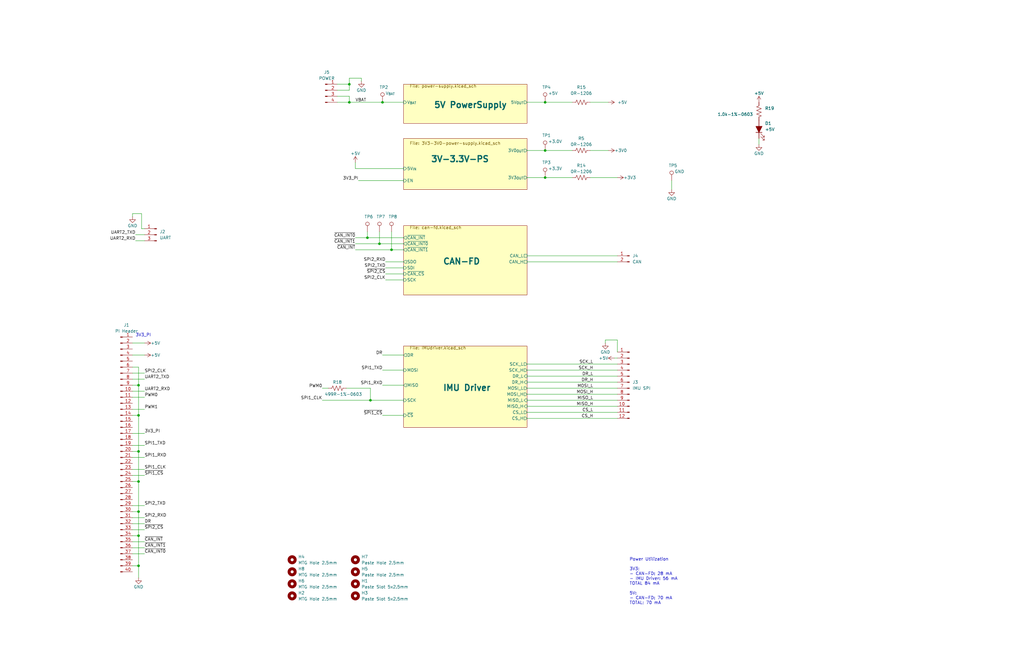
<source format=kicad_sch>
(kicad_sch (version 20211123) (generator eeschema)
  (paper "USLedger")
  (title_block (title "Pi Power Board 2") (date "2022-11-11") (rev "1") (company "971 Spartan Robotics"))
  (lib_symbols
    (symbol "Connector:Conn_01x02_Male" (pin_names (offset 1.016) hide)
      (property "Reference" "J" (at 0 2.54 0))
      (property "Value" "Conn_01x02_Male" (at 0 -5.08 0))
      (symbol "Conn_01x02_Male_1_1"
        (polyline (pts (xy 1.27 -2.54) (xy 0.8636 -2.54)) (stroke (width 0.1524)))
        (polyline (pts (xy 1.27 0) (xy 0.8636 0)) (stroke (width 0.1524)))
        (rectangle (start 0.8636 -2.413) (end 0 -2.667) (stroke (width 0.1524)) (fill (type outline)))
        (rectangle (start 0.8636 0.127) (end 0 -0.127) (stroke (width 0.1524)) (fill (type outline)))
        (pin passive line (at 5.08 0 180) (length 3.81) (name "Pin_1") (number "1"))
        (pin passive line (at 5.08 -2.54 180) (length 3.81) (name "Pin_2") (number "2"))
      )
    )
    (symbol "Connector:Conn_01x03_Male" (pin_names (offset 1.016) hide)
      (property "Reference" "J" (at 0 5.08 0))
      (property "Value" "Conn_01x03_Male" (at 0 -5.08 0))
      (symbol "Conn_01x03_Male_1_1"
        (polyline (pts (xy 1.27 -2.54) (xy 0.8636 -2.54)) (stroke (width 0.1524)))
        (polyline (pts (xy 1.27 0) (xy 0.8636 0)) (stroke (width 0.1524)))
        (polyline (pts (xy 1.27 2.54) (xy 0.8636 2.54)) (stroke (width 0.1524)))
        (rectangle (start 0.8636 -2.413) (end 0 -2.667) (stroke (width 0.1524)) (fill (type outline)))
        (rectangle (start 0.8636 0.127) (end 0 -0.127) (stroke (width 0.1524)) (fill (type outline)))
        (rectangle (start 0.8636 2.667) (end 0 2.413) (stroke (width 0.1524)) (fill (type outline)))
        (pin passive line (at 5.08 2.54 180) (length 3.81) (name "Pin_1") (number "1"))
        (pin passive line (at 5.08 0 180) (length 3.81) (name "Pin_2") (number "2"))
        (pin passive line (at 5.08 -2.54 180) (length 3.81) (name "Pin_3") (number "3"))
      )
    )
    (symbol "Connector:Conn_01x04_Male" (pin_names (offset 1.016) hide)
      (property "Reference" "J" (at 0 5.08 0))
      (property "Value" "Conn_01x04_Male" (at 0 -7.62 0))
      (symbol "Conn_01x04_Male_1_1"
        (polyline (pts (xy 1.27 -5.08) (xy 0.8636 -5.08)) (stroke (width 0.1524)))
        (polyline (pts (xy 1.27 -2.54) (xy 0.8636 -2.54)) (stroke (width 0.1524)))
        (polyline (pts (xy 1.27 0) (xy 0.8636 0)) (stroke (width 0.1524)))
        (polyline (pts (xy 1.27 2.54) (xy 0.8636 2.54)) (stroke (width 0.1524)))
        (rectangle (start 0.8636 -4.953) (end 0 -5.207) (stroke (width 0.1524)) (fill (type outline)))
        (rectangle (start 0.8636 -2.413) (end 0 -2.667) (stroke (width 0.1524)) (fill (type outline)))
        (rectangle (start 0.8636 0.127) (end 0 -0.127) (stroke (width 0.1524)) (fill (type outline)))
        (rectangle (start 0.8636 2.667) (end 0 2.413) (stroke (width 0.1524)) (fill (type outline)))
        (pin passive line (at 5.08 2.54 180) (length 3.81) (name "Pin_1") (number "1"))
        (pin passive line (at 5.08 0 180) (length 3.81) (name "Pin_2") (number "2"))
        (pin passive line (at 5.08 -2.54 180) (length 3.81) (name "Pin_3") (number "3"))
        (pin passive line (at 5.08 -5.08 180) (length 3.81) (name "Pin_4") (number "4"))
      )
    )
    (symbol "Connector:Conn_01x12_Male" (pin_names (offset 1.016) hide)
      (property "Reference" "J" (at 0 15.24 0))
      (property "Value" "Conn_01x12_Male" (at 0 -17.78 0))
      (symbol "Conn_01x12_Male_1_1"
        (polyline (pts (xy 1.27 -15.24) (xy 0.8636 -15.24)) (stroke (width 0.1524)))
        (polyline (pts (xy 1.27 -12.7) (xy 0.8636 -12.7)) (stroke (width 0.1524)))
        (polyline (pts (xy 1.27 -10.16) (xy 0.8636 -10.16)) (stroke (width 0.1524)))
        (polyline (pts (xy 1.27 -7.62) (xy 0.8636 -7.62)) (stroke (width 0.1524)))
        (polyline (pts (xy 1.27 -5.08) (xy 0.8636 -5.08)) (stroke (width 0.1524)))
        (polyline (pts (xy 1.27 -2.54) (xy 0.8636 -2.54)) (stroke (width 0.1524)))
        (polyline (pts (xy 1.27 0) (xy 0.8636 0)) (stroke (width 0.1524)))
        (polyline (pts (xy 1.27 2.54) (xy 0.8636 2.54)) (stroke (width 0.1524)))
        (polyline (pts (xy 1.27 5.08) (xy 0.8636 5.08)) (stroke (width 0.1524)))
        (polyline (pts (xy 1.27 7.62) (xy 0.8636 7.62)) (stroke (width 0.1524)))
        (polyline (pts (xy 1.27 10.16) (xy 0.8636 10.16)) (stroke (width 0.1524)))
        (polyline (pts (xy 1.27 12.7) (xy 0.8636 12.7)) (stroke (width 0.1524)))
        (rectangle (start 0.8636 -15.113) (end 0 -15.367) (stroke (width 0.1524)) (fill (type outline)))
        (rectangle (start 0.8636 -12.573) (end 0 -12.827) (stroke (width 0.1524)) (fill (type outline)))
        (rectangle (start 0.8636 -10.033) (end 0 -10.287) (stroke (width 0.1524)) (fill (type outline)))
        (rectangle (start 0.8636 -7.493) (end 0 -7.747) (stroke (width 0.1524)) (fill (type outline)))
        (rectangle (start 0.8636 -4.953) (end 0 -5.207) (stroke (width 0.1524)) (fill (type outline)))
        (rectangle (start 0.8636 -2.413) (end 0 -2.667) (stroke (width 0.1524)) (fill (type outline)))
        (rectangle (start 0.8636 0.127) (end 0 -0.127) (stroke (width 0.1524)) (fill (type outline)))
        (rectangle (start 0.8636 2.667) (end 0 2.413) (stroke (width 0.1524)) (fill (type outline)))
        (rectangle (start 0.8636 5.207) (end 0 4.953) (stroke (width 0.1524)) (fill (type outline)))
        (rectangle (start 0.8636 7.747) (end 0 7.493) (stroke (width 0.1524)) (fill (type outline)))
        (rectangle (start 0.8636 10.287) (end 0 10.033) (stroke (width 0.1524)) (fill (type outline)))
        (rectangle (start 0.8636 12.827) (end 0 12.573) (stroke (width 0.1524)) (fill (type outline)))
        (pin passive line (at 5.08 12.7 180) (length 3.81) (name "Pin_1") (number "1"))
        (pin passive line (at 5.08 -10.16 180) (length 3.81) (name "Pin_10") (number "10"))
        (pin passive line (at 5.08 -12.7 180) (length 3.81) (name "Pin_11") (number "11"))
        (pin passive line (at 5.08 -15.24 180) (length 3.81) (name "Pin_12") (number "12"))
        (pin passive line (at 5.08 10.16 180) (length 3.81) (name "Pin_2") (number "2"))
        (pin passive line (at 5.08 7.62 180) (length 3.81) (name "Pin_3") (number "3"))
        (pin passive line (at 5.08 5.08 180) (length 3.81) (name "Pin_4") (number "4"))
        (pin passive line (at 5.08 2.54 180) (length 3.81) (name "Pin_5") (number "5"))
        (pin passive line (at 5.08 0 180) (length 3.81) (name "Pin_6") (number "6"))
        (pin passive line (at 5.08 -2.54 180) (length 3.81) (name "Pin_7") (number "7"))
        (pin passive line (at 5.08 -5.08 180) (length 3.81) (name "Pin_8") (number "8"))
        (pin passive line (at 5.08 -7.62 180) (length 3.81) (name "Pin_9") (number "9"))
      )
    )
    (symbol "Connector:Conn_01x40_Male" (pin_names (offset 1.016) hide)
      (property "Reference" "J" (at 0 50.8 0))
      (property "Value" "Conn_01x40_Male" (at 0 -53.34 0))
      (symbol "Conn_01x40_Male_1_1"
        (polyline (pts (xy 1.27 -50.8) (xy 0.8636 -50.8)) (stroke (width 0.1524)))
        (polyline (pts (xy 1.27 -48.26) (xy 0.8636 -48.26)) (stroke (width 0.1524)))
        (polyline (pts (xy 1.27 -45.72) (xy 0.8636 -45.72)) (stroke (width 0.1524)))
        (polyline (pts (xy 1.27 -43.18) (xy 0.8636 -43.18)) (stroke (width 0.1524)))
        (polyline (pts (xy 1.27 -40.64) (xy 0.8636 -40.64)) (stroke (width 0.1524)))
        (polyline (pts (xy 1.27 -38.1) (xy 0.8636 -38.1)) (stroke (width 0.1524)))
        (polyline (pts (xy 1.27 -35.56) (xy 0.8636 -35.56)) (stroke (width 0.1524)))
        (polyline (pts (xy 1.27 -33.02) (xy 0.8636 -33.02)) (stroke (width 0.1524)))
        (polyline (pts (xy 1.27 -30.48) (xy 0.8636 -30.48)) (stroke (width 0.1524)))
        (polyline (pts (xy 1.27 -27.94) (xy 0.8636 -27.94)) (stroke (width 0.1524)))
        (polyline (pts (xy 1.27 -25.4) (xy 0.8636 -25.4)) (stroke (width 0.1524)))
        (polyline (pts (xy 1.27 -22.86) (xy 0.8636 -22.86)) (stroke (width 0.1524)))
        (polyline (pts (xy 1.27 -20.32) (xy 0.8636 -20.32)) (stroke (width 0.1524)))
        (polyline (pts (xy 1.27 -17.78) (xy 0.8636 -17.78)) (stroke (width 0.1524)))
        (polyline (pts (xy 1.27 -15.24) (xy 0.8636 -15.24)) (stroke (width 0.1524)))
        (polyline (pts (xy 1.27 -12.7) (xy 0.8636 -12.7)) (stroke (width 0.1524)))
        (polyline (pts (xy 1.27 -10.16) (xy 0.8636 -10.16)) (stroke (width 0.1524)))
        (polyline (pts (xy 1.27 -7.62) (xy 0.8636 -7.62)) (stroke (width 0.1524)))
        (polyline (pts (xy 1.27 -5.08) (xy 0.8636 -5.08)) (stroke (width 0.1524)))
        (polyline (pts (xy 1.27 -2.54) (xy 0.8636 -2.54)) (stroke (width 0.1524)))
        (polyline (pts (xy 1.27 0) (xy 0.8636 0)) (stroke (width 0.1524)))
        (polyline (pts (xy 1.27 2.54) (xy 0.8636 2.54)) (stroke (width 0.1524)))
        (polyline (pts (xy 1.27 5.08) (xy 0.8636 5.08)) (stroke (width 0.1524)))
        (polyline (pts (xy 1.27 7.62) (xy 0.8636 7.62)) (stroke (width 0.1524)))
        (polyline (pts (xy 1.27 10.16) (xy 0.8636 10.16)) (stroke (width 0.1524)))
        (polyline (pts (xy 1.27 12.7) (xy 0.8636 12.7)) (stroke (width 0.1524)))
        (polyline (pts (xy 1.27 15.24) (xy 0.8636 15.24)) (stroke (width 0.1524)))
        (polyline (pts (xy 1.27 17.78) (xy 0.8636 17.78)) (stroke (width 0.1524)))
        (polyline (pts (xy 1.27 20.32) (xy 0.8636 20.32)) (stroke (width 0.1524)))
        (polyline (pts (xy 1.27 22.86) (xy 0.8636 22.86)) (stroke (width 0.1524)))
        (polyline (pts (xy 1.27 25.4) (xy 0.8636 25.4)) (stroke (width 0.1524)))
        (polyline (pts (xy 1.27 27.94) (xy 0.8636 27.94)) (stroke (width 0.1524)))
        (polyline (pts (xy 1.27 30.48) (xy 0.8636 30.48)) (stroke (width 0.1524)))
        (polyline (pts (xy 1.27 33.02) (xy 0.8636 33.02)) (stroke (width 0.1524)))
        (polyline (pts (xy 1.27 35.56) (xy 0.8636 35.56)) (stroke (width 0.1524)))
        (polyline (pts (xy 1.27 38.1) (xy 0.8636 38.1)) (stroke (width 0.1524)))
        (polyline (pts (xy 1.27 40.64) (xy 0.8636 40.64)) (stroke (width 0.1524)))
        (polyline (pts (xy 1.27 43.18) (xy 0.8636 43.18)) (stroke (width 0.1524)))
        (polyline (pts (xy 1.27 45.72) (xy 0.8636 45.72)) (stroke (width 0.1524)))
        (polyline (pts (xy 1.27 48.26) (xy 0.8636 48.26)) (stroke (width 0.1524)))
        (rectangle (start 0.8636 -50.673) (end 0 -50.927) (stroke (width 0.1524)) (fill (type outline)))
        (rectangle (start 0.8636 -48.133) (end 0 -48.387) (stroke (width 0.1524)) (fill (type outline)))
        (rectangle (start 0.8636 -45.593) (end 0 -45.847) (stroke (width 0.1524)) (fill (type outline)))
        (rectangle (start 0.8636 -43.053) (end 0 -43.307) (stroke (width 0.1524)) (fill (type outline)))
        (rectangle (start 0.8636 -40.513) (end 0 -40.767) (stroke (width 0.1524)) (fill (type outline)))
        (rectangle (start 0.8636 -37.973) (end 0 -38.227) (stroke (width 0.1524)) (fill (type outline)))
        (rectangle (start 0.8636 -35.433) (end 0 -35.687) (stroke (width 0.1524)) (fill (type outline)))
        (rectangle (start 0.8636 -32.893) (end 0 -33.147) (stroke (width 0.1524)) (fill (type outline)))
        (rectangle (start 0.8636 -30.353) (end 0 -30.607) (stroke (width 0.1524)) (fill (type outline)))
        (rectangle (start 0.8636 -27.813) (end 0 -28.067) (stroke (width 0.1524)) (fill (type outline)))
        (rectangle (start 0.8636 -25.273) (end 0 -25.527) (stroke (width 0.1524)) (fill (type outline)))
        (rectangle (start 0.8636 -22.733) (end 0 -22.987) (stroke (width 0.1524)) (fill (type outline)))
        (rectangle (start 0.8636 -20.193) (end 0 -20.447) (stroke (width 0.1524)) (fill (type outline)))
        (rectangle (start 0.8636 -17.653) (end 0 -17.907) (stroke (width 0.1524)) (fill (type outline)))
        (rectangle (start 0.8636 -15.113) (end 0 -15.367) (stroke (width 0.1524)) (fill (type outline)))
        (rectangle (start 0.8636 -12.573) (end 0 -12.827) (stroke (width 0.1524)) (fill (type outline)))
        (rectangle (start 0.8636 -10.033) (end 0 -10.287) (stroke (width 0.1524)) (fill (type outline)))
        (rectangle (start 0.8636 -7.493) (end 0 -7.747) (stroke (width 0.1524)) (fill (type outline)))
        (rectangle (start 0.8636 -4.953) (end 0 -5.207) (stroke (width 0.1524)) (fill (type outline)))
        (rectangle (start 0.8636 -2.413) (end 0 -2.667) (stroke (width 0.1524)) (fill (type outline)))
        (rectangle (start 0.8636 0.127) (end 0 -0.127) (stroke (width 0.1524)) (fill (type outline)))
        (rectangle (start 0.8636 2.667) (end 0 2.413) (stroke (width 0.1524)) (fill (type outline)))
        (rectangle (start 0.8636 5.207) (end 0 4.953) (stroke (width 0.1524)) (fill (type outline)))
        (rectangle (start 0.8636 7.747) (end 0 7.493) (stroke (width 0.1524)) (fill (type outline)))
        (rectangle (start 0.8636 10.287) (end 0 10.033) (stroke (width 0.1524)) (fill (type outline)))
        (rectangle (start 0.8636 12.827) (end 0 12.573) (stroke (width 0.1524)) (fill (type outline)))
        (rectangle (start 0.8636 15.367) (end 0 15.113) (stroke (width 0.1524)) (fill (type outline)))
        (rectangle (start 0.8636 17.907) (end 0 17.653) (stroke (width 0.1524)) (fill (type outline)))
        (rectangle (start 0.8636 20.447) (end 0 20.193) (stroke (width 0.1524)) (fill (type outline)))
        (rectangle (start 0.8636 22.987) (end 0 22.733) (stroke (width 0.1524)) (fill (type outline)))
        (rectangle (start 0.8636 25.527) (end 0 25.273) (stroke (width 0.1524)) (fill (type outline)))
        (rectangle (start 0.8636 28.067) (end 0 27.813) (stroke (width 0.1524)) (fill (type outline)))
        (rectangle (start 0.8636 30.607) (end 0 30.353) (stroke (width 0.1524)) (fill (type outline)))
        (rectangle (start 0.8636 33.147) (end 0 32.893) (stroke (width 0.1524)) (fill (type outline)))
        (rectangle (start 0.8636 35.687) (end 0 35.433) (stroke (width 0.1524)) (fill (type outline)))
        (rectangle (start 0.8636 38.227) (end 0 37.973) (stroke (width 0.1524)) (fill (type outline)))
        (rectangle (start 0.8636 40.767) (end 0 40.513) (stroke (width 0.1524)) (fill (type outline)))
        (rectangle (start 0.8636 43.307) (end 0 43.053) (stroke (width 0.1524)) (fill (type outline)))
        (rectangle (start 0.8636 45.847) (end 0 45.593) (stroke (width 0.1524)) (fill (type outline)))
        (rectangle (start 0.8636 48.387) (end 0 48.133) (stroke (width 0.1524)) (fill (type outline)))
        (pin passive line (at 5.08 48.26 180) (length 3.81) (name "Pin_1") (number "1"))
        (pin passive line (at 5.08 25.4 180) (length 3.81) (name "Pin_10") (number "10"))
        (pin passive line (at 5.08 22.86 180) (length 3.81) (name "Pin_11") (number "11"))
        (pin passive line (at 5.08 20.32 180) (length 3.81) (name "Pin_12") (number "12"))
        (pin passive line (at 5.08 17.78 180) (length 3.81) (name "Pin_13") (number "13"))
        (pin passive line (at 5.08 15.24 180) (length 3.81) (name "Pin_14") (number "14"))
        (pin passive line (at 5.08 12.7 180) (length 3.81) (name "Pin_15") (number "15"))
        (pin passive line (at 5.08 10.16 180) (length 3.81) (name "Pin_16") (number "16"))
        (pin passive line (at 5.08 7.62 180) (length 3.81) (name "Pin_17") (number "17"))
        (pin passive line (at 5.08 5.08 180) (length 3.81) (name "Pin_18") (number "18"))
        (pin passive line (at 5.08 2.54 180) (length 3.81) (name "Pin_19") (number "19"))
        (pin passive line (at 5.08 45.72 180) (length 3.81) (name "Pin_2") (number "2"))
        (pin passive line (at 5.08 0 180) (length 3.81) (name "Pin_20") (number "20"))
        (pin passive line (at 5.08 -2.54 180) (length 3.81) (name "Pin_21") (number "21"))
        (pin passive line (at 5.08 -5.08 180) (length 3.81) (name "Pin_22") (number "22"))
        (pin passive line (at 5.08 -7.62 180) (length 3.81) (name "Pin_23") (number "23"))
        (pin passive line (at 5.08 -10.16 180) (length 3.81) (name "Pin_24") (number "24"))
        (pin passive line (at 5.08 -12.7 180) (length 3.81) (name "Pin_25") (number "25"))
        (pin passive line (at 5.08 -15.24 180) (length 3.81) (name "Pin_26") (number "26"))
        (pin passive line (at 5.08 -17.78 180) (length 3.81) (name "Pin_27") (number "27"))
        (pin passive line (at 5.08 -20.32 180) (length 3.81) (name "Pin_28") (number "28"))
        (pin passive line (at 5.08 -22.86 180) (length 3.81) (name "Pin_29") (number "29"))
        (pin passive line (at 5.08 43.18 180) (length 3.81) (name "Pin_3") (number "3"))
        (pin passive line (at 5.08 -25.4 180) (length 3.81) (name "Pin_30") (number "30"))
        (pin passive line (at 5.08 -27.94 180) (length 3.81) (name "Pin_31") (number "31"))
        (pin passive line (at 5.08 -30.48 180) (length 3.81) (name "Pin_32") (number "32"))
        (pin passive line (at 5.08 -33.02 180) (length 3.81) (name "Pin_33") (number "33"))
        (pin passive line (at 5.08 -35.56 180) (length 3.81) (name "Pin_34") (number "34"))
        (pin passive line (at 5.08 -38.1 180) (length 3.81) (name "Pin_35") (number "35"))
        (pin passive line (at 5.08 -40.64 180) (length 3.81) (name "Pin_36") (number "36"))
        (pin passive line (at 5.08 -43.18 180) (length 3.81) (name "Pin_37") (number "37"))
        (pin passive line (at 5.08 -45.72 180) (length 3.81) (name "Pin_38") (number "38"))
        (pin passive line (at 5.08 -48.26 180) (length 3.81) (name "Pin_39") (number "39"))
        (pin passive line (at 5.08 40.64 180) (length 3.81) (name "Pin_4") (number "4"))
        (pin passive line (at 5.08 -50.8 180) (length 3.81) (name "Pin_40") (number "40"))
        (pin passive line (at 5.08 38.1 180) (length 3.81) (name "Pin_5") (number "5"))
        (pin passive line (at 5.08 35.56 180) (length 3.81) (name "Pin_6") (number "6"))
        (pin passive line (at 5.08 33.02 180) (length 3.81) (name "Pin_7") (number "7"))
        (pin passive line (at 5.08 30.48 180) (length 3.81) (name "Pin_8") (number "8"))
        (pin passive line (at 5.08 27.94 180) (length 3.81) (name "Pin_9") (number "9"))
      )
    )
    (symbol "Connector:TestPoint" (pin_numbers hide) (pin_names (offset 0.762) hide)
      (property "Reference" "TP" (at 0 6.858 0))
      (property "Value" "TestPoint" (at 0 5.08 0))
      (symbol "TestPoint_0_1"
        (circle (center 0 3.302) (radius 0.762))
      )
      (symbol "TestPoint_1_1"
        (pin passive line (at 0 0 90) (length 2.54) (name "1") (number "1"))
      )
    )
    (symbol "Device:LED" (pin_numbers hide) (pin_names (offset 1.016) hide)
      (property "Reference" "D?" (at 3.81 -0.3174 90))
      (property "Value" "LED" (at 3.81 -2.8574 90))
      (symbol "LED_0_1"
        (polyline (pts (xy -1.27 -1.27) (xy -1.27 1.27)) (stroke (width 0.254)))
        (polyline (pts (xy -1.27 0) (xy 1.27 0)))
        (polyline (pts (xy 1.27 -1.27) (xy 1.27 1.27) (xy -1.27 0) (xy 1.27 -1.27)) (stroke (width 0.254)) (fill (type outline)))
        (polyline (pts (xy -3.048 -0.762) (xy -4.572 -2.286) (xy -3.81 -2.286) (xy -4.572 -2.286) (xy -4.572 -1.524)))
        (polyline (pts (xy -1.778 -0.762) (xy -3.302 -2.286) (xy -2.54 -2.286) (xy -3.302 -2.286) (xy -3.302 -1.524)))
      )
      (symbol "LED_1_1"
        (pin passive line (at -3.81 0 0) (length 2.54) (name "K") (number "1"))
        (pin passive line (at 3.81 0 180) (length 2.54) (name "A") (number "2"))
      )
    )
    (symbol "Device:R_US" (pin_numbers hide) (pin_names (offset 0))
      (property "Reference" "R" (at 2.54 0 90))
      (property "Value" "R_US" (at -2.54 0 90))
      (symbol "R_US_0_1"
        (polyline (pts (xy 0 -2.286) (xy 0 -2.54)))
        (polyline (pts (xy 0 2.286) (xy 0 2.54)))
        (polyline (pts (xy 0 -0.762) (xy 1.016 -1.143) (xy 0 -1.524) (xy -1.016 -1.905) (xy 0 -2.286)))
        (polyline (pts (xy 0 0.762) (xy 1.016 0.381) (xy 0 0) (xy -1.016 -0.381) (xy 0 -0.762)))
        (polyline (pts (xy 0 2.286) (xy 1.016 1.905) (xy 0 1.524) (xy -1.016 1.143) (xy 0 0.762)))
      )
      (symbol "R_US_1_1"
        (pin passive line (at 0 3.81 270) (length 1.27) (name "~") (number "1"))
        (pin passive line (at 0 -3.81 90) (length 1.27) (name "~") (number "2"))
      )
    )
    (symbol "Mechanical:MountingHole" (pin_names (offset 1.016))
      (property "Reference" "H" (at 0 5.08 0))
      (property "Value" "MountingHole" (at 0 3.175 0))
      (symbol "MountingHole_0_1"
        (circle (center 0 0) (radius 1.27) (stroke (width 1.27)))
      )
    )
    (symbol "power:+3V0" (power) (pin_names (offset 0))
      (property "Value" "+3V0" (at 0 3.556 0))
      (symbol "+3V0_0_1"
        (polyline (pts (xy -0.762 1.27) (xy 0 2.54)))
        (polyline (pts (xy 0 0) (xy 0 2.54)))
        (polyline (pts (xy 0 2.54) (xy 0.762 1.27)))
      )
      (symbol "+3V0_1_1"
        (pin power_in line (at 0 0 90) (length 0) hide (name "+3V0") (number "1"))
      )
    )
    (symbol "power:+3V3" (power) (pin_names (offset 0))
      (property "Value" "+3V3" (at 0 3.556 0))
      (symbol "+3V3_0_1"
        (polyline (pts (xy -0.762 1.27) (xy 0 2.54)))
        (polyline (pts (xy 0 0) (xy 0 2.54)))
        (polyline (pts (xy 0 2.54) (xy 0.762 1.27)))
      )
      (symbol "+3V3_1_1"
        (pin power_in line (at 0 0 90) (length 0) hide (name "+3V3") (number "1"))
      )
    )
    (symbol "power:+5V" (power) (pin_names (offset 0))
      (property "Value" "+5V" (at 0 3.556 0))
      (symbol "+5V_0_1"
        (polyline (pts (xy -0.762 1.27) (xy 0 2.54)))
        (polyline (pts (xy 0 0) (xy 0 2.54)))
        (polyline (pts (xy 0 2.54) (xy 0.762 1.27)))
      )
      (symbol "+5V_1_1"
        (pin power_in line (at 0 0 90) (length 0) hide (name "+5V") (number "1"))
      )
    )
    (symbol "power:GND" (power) (pin_names (offset 0))
      (property "Value" "GND" (at 0 -3.81 0))
      (symbol "GND_0_1"
        (polyline (pts (xy 0 0) (xy 0 -1.27) (xy 1.27 -1.27) (xy 0 -2.54) (xy -1.27 -1.27) (xy 0 -1.27)))
      )
      (symbol "GND_1_1"
        (pin power_in line (at 0 0 270) (length 0) hide (name "GND") (number "1"))
      )
    )
  )
  (junction (at 229.87 43.18))
  (junction (at 58.42 175.26))
  (junction (at 58.42 190.5))
  (junction (at 147.32 35.56))
  (junction (at 161.29 43.18))
  (junction (at 58.42 215.9))
  (junction (at 156.21 168.91))
  (junction (at 229.87 74.93))
  (junction (at 229.87 63.5))
  (junction (at 147.32 43.18))
  (junction (at 154.94 100.33))
  (junction (at 58.42 162.56))
  (junction (at 58.42 238.76))
  (junction (at 58.42 203.2))
  (junction (at 58.42 226.06))
  (junction (at 160.02 102.87))
  (junction (at 165.1 105.41))
  (wire (pts (xy 58.42 215.9) (xy 58.42 226.06)))
  (wire (pts (xy 147.32 33.02) (xy 152.4 33.02)))
  (wire (pts (xy 55.88 233.68) (xy 60.96 233.68)))
  (wire (pts (xy 259.08 151.13) (xy 260.35 151.13)))
  (wire (pts (xy 248.92 43.18) (xy 256.54 43.18)))
  (wire (pts (xy 260.35 148.59) (xy 260.35 143.51)))
  (wire (pts (xy 147.32 35.56) (xy 147.32 33.02)))
  (wire (pts (xy 55.88 223.52) (xy 60.96 223.52)))
  (wire (pts (xy 55.88 175.26) (xy 58.42 175.26)))
  (wire (pts (xy 222.25 156.21) (xy 260.35 156.21)))
  (wire (pts (xy 55.88 226.06) (xy 58.42 226.06)))
  (wire (pts (xy 222.25 110.49) (xy 260.35 110.49)))
  (wire (pts (xy 55.88 198.12) (xy 60.96 198.12)))
  (wire (pts (xy 260.35 143.51) (xy 255.27 143.51)))
  (wire (pts (xy 165.1 105.41) (xy 170.18 105.41)))
  (wire (pts (xy 57.15 99.06) (xy 60.96 99.06)))
  (wire (pts (xy 57.15 101.6) (xy 60.96 101.6)))
  (wire (pts (xy 59.69 90.17) (xy 55.88 90.17)))
  (wire (pts (xy 222.25 158.75) (xy 260.35 158.75)))
  (wire (pts (xy 283.21 76.2) (xy 283.21 80.01)))
  (wire (pts (xy 59.69 96.52) (xy 59.69 90.17)))
  (wire (pts (xy 55.88 154.94) (xy 58.42 154.94)))
  (wire (pts (xy 55.88 187.96) (xy 60.96 187.96)))
  (wire (pts (xy 149.86 100.33) (xy 154.94 100.33)))
  (wire (pts (xy 55.88 203.2) (xy 58.42 203.2)))
  (wire (pts (xy 58.42 154.94) (xy 58.42 162.56)))
  (wire (pts (xy 149.86 105.41) (xy 165.1 105.41)))
  (wire (pts (xy 154.94 97.79) (xy 154.94 100.33)))
  (wire (pts (xy 222.25 173.99) (xy 260.35 173.99)))
  (wire (pts (xy 147.32 43.18) (xy 161.29 43.18)))
  (wire (pts (xy 149.86 71.12) (xy 170.18 71.12)))
  (wire (pts (xy 58.42 190.5) (xy 58.42 203.2)))
  (wire (pts (xy 147.32 38.1) (xy 147.32 35.56)))
  (wire (pts (xy 55.88 172.72) (xy 60.96 172.72)))
  (wire (pts (xy 222.25 43.18) (xy 229.87 43.18)))
  (wire (pts (xy 55.88 165.1) (xy 60.96 165.1)))
  (wire (pts (xy 55.88 200.66) (xy 60.96 200.66)))
  (wire (pts (xy 55.88 162.56) (xy 58.42 162.56)))
  (wire (pts (xy 161.29 149.86) (xy 170.18 149.86)))
  (wire (pts (xy 142.24 43.18) (xy 147.32 43.18)))
  (wire (pts (xy 162.56 118.11) (xy 170.18 118.11)))
  (wire (pts (xy 55.88 220.98) (xy 60.96 220.98)))
  (wire (pts (xy 161.29 175.26) (xy 170.18 175.26)))
  (wire (pts (xy 55.88 238.76) (xy 58.42 238.76)))
  (wire (pts (xy 229.87 63.5) (xy 241.3 63.5)))
  (wire (pts (xy 55.88 193.04) (xy 60.96 193.04)))
  (wire (pts (xy 222.25 63.5) (xy 229.87 63.5)))
  (wire (pts (xy 55.88 215.9) (xy 58.42 215.9)))
  (wire (pts (xy 165.1 97.79) (xy 165.1 105.41)))
  (wire (pts (xy 248.92 63.5) (xy 256.54 63.5)))
  (wire (pts (xy 229.87 74.93) (xy 241.3 74.93)))
  (wire (pts (xy 255.27 143.51) (xy 255.27 144.78)))
  (wire (pts (xy 149.86 102.87) (xy 160.02 102.87)))
  (wire (pts (xy 58.42 162.56) (xy 58.42 175.26)))
  (wire (pts (xy 135.89 163.83) (xy 138.43 163.83)))
  (wire (pts (xy 162.56 113.03) (xy 170.18 113.03)))
  (wire (pts (xy 55.88 228.6) (xy 60.96 228.6)))
  (wire (pts (xy 55.88 144.78) (xy 60.96 144.78)))
  (wire (pts (xy 162.56 115.57) (xy 170.18 115.57)))
  (wire (pts (xy 55.88 213.36) (xy 60.96 213.36)))
  (wire (pts (xy 146.05 163.83) (xy 156.21 163.83)))
  (wire (pts (xy 222.25 176.53) (xy 260.35 176.53)))
  (wire (pts (xy 55.88 190.5) (xy 58.42 190.5)))
  (wire (pts (xy 160.02 102.87) (xy 170.18 102.87)))
  (wire (pts (xy 55.88 182.88) (xy 60.96 182.88)))
  (wire (pts (xy 320.04 58.42) (xy 320.04 60.96)))
  (wire (pts (xy 222.25 107.95) (xy 260.35 107.95)))
  (wire (pts (xy 154.94 100.33) (xy 170.18 100.33)))
  (wire (pts (xy 152.4 33.02) (xy 152.4 34.29)))
  (wire (pts (xy 55.88 160.02) (xy 60.96 160.02)))
  (wire (pts (xy 142.24 35.56) (xy 147.32 35.56)))
  (wire (pts (xy 151.13 76.2) (xy 170.18 76.2)))
  (wire (pts (xy 60.96 96.52) (xy 59.69 96.52)))
  (wire (pts (xy 222.25 163.83) (xy 260.35 163.83)))
  (wire (pts (xy 222.25 153.67) (xy 260.35 153.67)))
  (wire (pts (xy 222.25 168.91) (xy 260.35 168.91)))
  (wire (pts (xy 161.29 162.56) (xy 170.18 162.56)))
  (wire (pts (xy 55.88 231.14) (xy 60.96 231.14)))
  (wire (pts (xy 156.21 168.91) (xy 170.18 168.91)))
  (wire (pts (xy 58.42 238.76) (xy 58.42 243.84)))
  (wire (pts (xy 55.88 149.86) (xy 60.96 149.86)))
  (wire (pts (xy 156.21 163.83) (xy 156.21 168.91)))
  (wire (pts (xy 142.24 40.64) (xy 147.32 40.64)))
  (wire (pts (xy 149.86 71.12) (xy 149.86 68.58)))
  (wire (pts (xy 55.88 157.48) (xy 60.96 157.48)))
  (wire (pts (xy 222.25 171.45) (xy 260.35 171.45)))
  (wire (pts (xy 147.32 43.18) (xy 147.32 40.64)))
  (wire (pts (xy 58.42 226.06) (xy 58.42 238.76)))
  (wire (pts (xy 222.25 166.37) (xy 260.35 166.37)))
  (wire (pts (xy 135.89 168.91) (xy 156.21 168.91)))
  (wire (pts (xy 55.88 218.44) (xy 60.96 218.44)))
  (wire (pts (xy 248.92 74.93) (xy 260.35 74.93)))
  (wire (pts (xy 229.87 43.18) (xy 241.3 43.18)))
  (wire (pts (xy 142.24 38.1) (xy 147.32 38.1)))
  (wire (pts (xy 222.25 161.29) (xy 260.35 161.29)))
  (wire (pts (xy 161.29 43.18) (xy 170.18 43.18)))
  (wire (pts (xy 222.25 74.93) (xy 229.87 74.93)))
  (wire (pts (xy 58.42 175.26) (xy 58.42 190.5)))
  (wire (pts (xy 58.42 203.2) (xy 58.42 215.9)))
  (wire (pts (xy 162.56 110.49) (xy 170.18 110.49)))
  (wire (pts (xy 160.02 97.79) (xy 160.02 102.87)))
  (wire (pts (xy 55.88 167.64) (xy 60.96 167.64)))
  (wire (pts (xy 55.88 90.17) (xy 55.88 91.44)))
  (wire (pts (xy 161.29 156.21) (xy 170.18 156.21)))
  (text "3V3_PI" (at 57.15 142.24 0) (effects (font (size 1.27 1.27)) (justify left bottom)))
  (text "Power Utilization\n\n3V3:\n- CAN-FD: 28 mA\n- IMU Driver: 56 mA\nTOTAL 84 mA\n\n5V:\n- CAN-FD: 70 mA\nTOTAL: 70 mA" (at 265.43 255.27 0) (effects (font (size 1.27 1.27)) (justify left bottom)))
  (label "~{CAN_INT1}" (at 149.86 102.87 180))
  (label "MOSI_L" (at 250.19 163.83 180))
  (label "SCK_L" (at 250.19 153.67 180))
  (label "UART2_TXD" (at 57.15 99.06 180))
  (label "~{CAN_INT1}" (at 60.96 231.14 0))
  (label "SPI1_TXD" (at 161.29 156.21 180))
  (label "SPI1_CLK" (at 135.89 168.91 180))
  (label "UART2_RXD" (at 60.96 165.1 0))
  (label "PWM0" (at 60.96 167.64 0))
  (label "SPI2_CLK" (at 60.96 157.48 0))
  (label "MISO_H" (at 250.19 171.45 180))
  (label "DR" (at 60.96 220.98 0))
  (label "CS_H" (at 250.19 176.53 180))
  (label "PWM0" (at 135.89 163.83 180))
  (label "SPI1_RXD" (at 60.96 193.04 0))
  (label "SPI1_RXD" (at 161.29 162.56 180))
  (label "~{SPI1_CS}" (at 60.96 200.66 0))
  (label "~{SPI2_CS}" (at 162.56 115.57 180))
  (label "~{CAN_INT}" (at 60.96 228.6 0))
  (label "~{CAN_INT0}" (at 60.96 233.68 0))
  (label "UART2_RXD" (at 57.15 101.6 180))
  (label "SPI2_TXD" (at 60.96 213.36 0))
  (label "SPI2_CLK" (at 162.56 118.11 180))
  (label "UART2_TXD" (at 60.96 160.02 0))
  (label "DR" (at 161.29 149.86 180))
  (label "SPI1_TXD" (at 60.96 187.96 0))
  (label "~{SPI1_CS}" (at 161.29 175.26 180))
  (label "~{SPI2_CS}" (at 60.96 223.52 0))
  (label "CS_L" (at 250.19 173.99 180))
  (label "VBAT" (at 149.86 43.18 0))
  (label "PWM1" (at 60.96 172.72 0))
  (label "DR_H" (at 250.19 161.29 180))
  (label "MOSI_H" (at 250.19 166.37 180))
  (label "SCK_H" (at 250.19 156.21 180))
  (label "~{CAN_INT}" (at 149.86 105.41 180))
  (label "3V3_PI" (at 151.13 76.2 180))
  (label "SPI2_RXD" (at 162.56 110.49 180))
  (label "SPI1_CLK" (at 60.96 198.12 0))
  (label "~{CAN_INT0}" (at 149.86 100.33 180))
  (label "3V3_PI" (at 60.96 182.88 0))
  (label "SPI2_TXD" (at 162.56 113.03 180))
  (label "MISO_L" (at 250.19 168.91 180))
  (label "SPI2_RXD" (at 60.96 218.44 0))
  (label "DR_L" (at 250.19 158.75 180))
  (symbol (lib_id "power:+5V") (at 60.96 149.86 270) (unit 1)
    (property "Reference" "#PWR04" (effects hide))
    (property "Value" "+5V" (at 63.5 149.86 90) (effects (justify left)))
  )
  (symbol (lib_id "Mechanical:MountingHole") (at 123.19 236.22 0) (unit 1) (in_bom no)
    (property "Reference" "H4" (at 125.73 234.9499 0) (effects (justify left)))
    (property "Value" "MTG Hole 2.5mm" (at 125.73 237.4899 0) (effects (justify left)))
    (property "Footprint" "MountingHole:MountingHole_2.5mm" (effects hide))
  )
  (symbol (lib_id "Connector:TestPoint") (at 229.87 43.18 0) (unit 1)
    (property "Reference" "TP4" (at 228.6 36.83 0) (effects (justify left)))
    (property "Value" "+5V" (at 231.14 39.37 0) (effects (justify left)))
    (property "Footprint" "TestPoint:TestPoint_Keystone_5000-5004_Miniature" (effects hide))
    (property "Datasheet" "https://www.keyelco.com/userAssets/file/M65p56.pdf" (effects hide))
    (property "MFG" "Keystone Electronics" (effects hide))
    (property "MFG P/N" "5002" (effects hide))
  )
  (symbol (lib_id "power:GND") (at 255.27 144.78 0) (unit 1)
    (property "Reference" "#PWR07" (effects hide))
    (property "Value" "GND" (at 255.27 148.59 0))
  )
  (symbol (lib_id "power:+3V0") (at 256.54 63.5 270) (unit 1)
    (property "Reference" "#PWR09" (effects hide))
    (property "Value" "+3V0" (at 259.08 63.5 90) (effects (justify left)))
  )
  (symbol (lib_id "Connector:TestPoint") (at 154.94 97.79 0) (unit 1)
    (property "Reference" "TP6" (at 153.67 91.44 0) (effects (justify left)))
    (property "Value" "+3.3V" (effects hide))
    (property "Footprint" "TestPoint:TestPoint_Keystone_5000-5004_Miniature" (effects hide))
    (property "Datasheet" "https://www.keyelco.com/userAssets/file/M65p56.pdf" (effects hide))
    (property "MFG" "Keystone Electronics" (effects hide))
    (property "MFG P/N" "5002" (effects hide))
  )
  (symbol (lib_id "Connector:TestPoint") (at 229.87 63.5 0) (unit 1)
    (property "Reference" "TP1" (at 228.6 57.15 0) (effects (justify left)))
    (property "Value" "+3.0V" (at 231.14 59.69 0) (effects (justify left)))
    (property "Footprint" "TestPoint:TestPoint_Keystone_5000-5004_Miniature" (effects hide))
    (property "Datasheet" "https://www.keyelco.com/userAssets/file/M65p56.pdf" (effects hide))
    (property "MFG" "Keystone Electronics" (effects hide))
    (property "MFG P/N" "5002" (effects hide))
  )
  (symbol (lib_id "Connector:Conn_01x12_Male") (at 265.43 161.29 0) (mirror y) (unit 1)
    (property "Reference" "J3" (at 266.7 161.2899 0) (effects (justify right)))
    (property "Value" "IMU SPI" (at 266.7 163.8299 0) (effects (justify right)))
    (property "Footprint" "PI-Power-Board:70555-0011" (effects hide))
    (property "Datasheet" "https://www.molex.com/pdm_docs/sd/705550001_sd.pdf" (effects hide))
    (property "MFG" "Molex" (effects hide))
    (property "MFG P/N" "70555-0011" (effects hide))
  )
  (symbol (lib_id "Connector:Conn_01x04_Male") (at 137.16 38.1 0) (unit 1)
    (property "Reference" "J5" (at 137.795 30.48 0))
    (property "Value" "POWER" (at 137.795 33.02 0))
    (property "Footprint" "PI-Power-Board:70555-0003" (effects hide))
    (property "Datasheet" "https://www.molex.com/pdm_docs/sd/705550003_sd.pdf" (effects hide))
    (property "MFG" "Molex" (effects hide))
    (property "MFG P/N" "70555-0003" (effects hide))
  )
  (symbol (lib_id "Mechanical:MountingHole") (at 149.86 241.3 0) (unit 1) (in_bom no)
    (property "Reference" "H5" (at 152.4 240.0299 0) (effects (justify left)))
    (property "Value" "Paste Hole 2.5mm" (at 152.4 242.5699 0) (effects (justify left)))
    (property "Footprint" "PI-PowerBoard:PASTE-HOLE-2.5mm" (effects hide))
  )
  (symbol (lib_id "power:GND") (at 320.04 60.96 0) (unit 1)
    (property "Reference" "#PWR013" (effects hide))
    (property "Value" "GND" (at 320.04 64.77 0))
  )
  (symbol (lib_id "Connector:TestPoint") (at 165.1 97.79 0) (unit 1)
    (property "Reference" "TP8" (at 163.83 91.44 0) (effects (justify left)))
    (property "Value" "+3.3V" (effects hide))
    (property "Footprint" "TestPoint:TestPoint_Keystone_5000-5004_Miniature" (effects hide))
    (property "Datasheet" "https://www.keyelco.com/userAssets/file/M65p56.pdf" (effects hide))
    (property "MFG" "Keystone Electronics" (effects hide))
    (property "MFG P/N" "5002" (effects hide))
  )
  (symbol (lib_id "Connector:Conn_01x03_Male") (at 66.04 99.06 0) (mirror y) (unit 1)
    (property "Reference" "J2" (at 67.31 97.7899 0) (effects (justify right)))
    (property "Value" "UART" (at 67.31 100.3299 0) (effects (justify right)))
    (property "Footprint" "PI-Power-Board:70555-0002" (effects hide))
    (property "Datasheet" "https://www.molex.com/pdm_docs/sd/705550001_sd.pdf" (effects hide))
    (property "MFG" "Molex" (effects hide))
    (property "MFG P/N" "70555-0002" (effects hide))
  )
  (symbol (lib_id "Device:R_US") (at 245.11 74.93 90) (unit 1)
    (property "Reference" "R14" (at 245.11 69.85 90))
    (property "Value" "0R-1206" (at 245.11 72.39 90))
    (property "Footprint" "Resistor_SMD:R_1206_3216Metric" (effects hide))
    (property "MFG" "Yageo" (effects hide))
    (property "MFG P/N" "RC1206JR-070RL" (effects hide))
  )
  (symbol (lib_id "power:+5V") (at 60.96 144.78 270) (unit 1)
    (property "Reference" "#PWR03" (effects hide))
    (property "Value" "+5V" (at 63.5 144.78 90) (effects (justify left)))
  )
  (symbol (lib_id "Mechanical:MountingHole") (at 149.86 246.38 0) (unit 1) (in_bom no)
    (property "Reference" "H1" (at 152.4 245.1099 0) (effects (justify left)))
    (property "Value" "Paste Slot 5x2.5mm" (at 152.4 247.6499 0) (effects (justify left)))
    (property "Footprint" "PI-PowerBoard:PASTE-SLOT-5x2.5mm" (effects hide))
  )
  (symbol (lib_id "Mechanical:MountingHole") (at 123.19 246.38 0) (unit 1) (in_bom no)
    (property "Reference" "H6" (at 125.73 245.1099 0) (effects (justify left)))
    (property "Value" "MTG Hole 2.5mm" (at 125.73 247.6499 0) (effects (justify left)))
    (property "Footprint" "MountingHole:MountingHole_2.5mm" (effects hide))
  )
  (symbol (lib_id "power:+5V") (at 149.86 68.58 0) (unit 1)
    (property "Reference" "#PWR05" (effects hide))
    (property "Value" "+5V" (at 149.86 64.77 0))
  )
  (symbol (lib_id "Connector:Conn_01x02_Male") (at 265.43 107.95 0) (mirror y) (unit 1)
    (property "Reference" "J4" (at 266.7 107.9499 0) (effects (justify right)))
    (property "Value" "CAN" (at 266.7 110.4899 0) (effects (justify right)))
    (property "Footprint" "PI-Power-Board:70555-0001" (effects hide))
    (property "Datasheet" "https://www.molex.com/pdm_docs/sd/705550001_sd.pdf" (effects hide))
    (property "MFG" "Molex" (effects hide))
    (property "MFG P/N" "70555-0001" (effects hide))
  )
  (symbol (lib_id "power:+5V") (at 259.08 151.13 90) (unit 1)
    (property "Reference" "#PWR010" (effects hide))
    (property "Value" "+5V" (at 256.54 151.13 90) (effects (justify left)))
  )
  (symbol (lib_id "Connector:TestPoint") (at 283.21 76.2 0) (unit 1)
    (property "Reference" "TP5" (at 281.94 69.85 0) (effects (justify left)))
    (property "Value" "GND" (at 284.48 72.39 0) (effects (justify left)))
    (property "Footprint" "TestPoint:TestPoint_Keystone_5000-5004_Miniature" (effects hide))
    (property "Datasheet" "https://www.keyelco.com/userAssets/file/M65p56.pdf" (effects hide))
    (property "MFG" "Keystone Electronics" (effects hide))
    (property "MFG P/N" "5002" (effects hide))
  )
  (symbol (lib_id "Mechanical:MountingHole") (at 123.19 251.46 0) (unit 1) (in_bom no)
    (property "Reference" "H2" (at 125.73 250.1899 0) (effects (justify left)))
    (property "Value" "MTG Hole 2.5mm" (at 125.73 252.7299 0) (effects (justify left)))
    (property "Footprint" "MountingHole:MountingHole_2.5mm" (effects hide))
  )
  (symbol (lib_id "Connector:TestPoint") (at 160.02 97.79 0) (unit 1)
    (property "Reference" "TP7" (at 158.75 91.44 0) (effects (justify left)))
    (property "Value" "+3.3V" (effects hide))
    (property "Footprint" "TestPoint:TestPoint_Keystone_5000-5004_Miniature" (effects hide))
    (property "Datasheet" "https://www.keyelco.com/userAssets/file/M65p56.pdf" (effects hide))
    (property "MFG" "Keystone Electronics" (effects hide))
    (property "MFG P/N" "5002" (effects hide))
  )
  (symbol (lib_id "Mechanical:MountingHole") (at 149.86 236.22 0) (unit 1) (in_bom no)
    (property "Reference" "H7" (at 152.4 234.9499 0) (effects (justify left)))
    (property "Value" "Paste Hole 2.5mm" (at 152.4 237.4899 0) (effects (justify left)))
    (property "Footprint" "PI-PowerBoard:PASTE-HOLE-2.5mm" (effects hide))
  )
  (symbol (lib_id "power:GND") (at 55.88 91.44 0) (unit 1)
    (property "Reference" "#PWR01" (effects hide))
    (property "Value" "GND" (at 55.88 95.25 0))
  )
  (symbol (lib_id "power:GND") (at 58.42 243.84 0) (unit 1)
    (property "Reference" "#PWR02" (effects hide))
    (property "Value" "GND" (at 58.42 247.65 0))
  )
  (symbol (lib_id "Connector:TestPoint") (at 229.87 74.93 0) (unit 1)
    (property "Reference" "TP3" (at 228.6 68.58 0) (effects (justify left)))
    (property "Value" "+3.3V" (at 231.14 71.12 0) (effects (justify left)))
    (property "Footprint" "TestPoint:TestPoint_Keystone_5000-5004_Miniature" (effects hide))
    (property "Datasheet" "https://www.keyelco.com/userAssets/file/M65p56.pdf" (effects hide))
    (property "MFG" "Keystone Electronics" (effects hide))
    (property "MFG P/N" "5002" (effects hide))
  )
  (symbol (lib_id "Mechanical:MountingHole") (at 123.19 241.3 0) (unit 1) (in_bom no)
    (property "Reference" "H8" (at 125.73 240.0299 0) (effects (justify left)))
    (property "Value" "MTG Hole 2.5mm" (at 125.73 242.5699 0) (effects (justify left)))
    (property "Footprint" "MountingHole:MountingHole_2.5mm" (effects hide))
  )
  (symbol (lib_id "power:GND") (at 283.21 80.01 0) (unit 1)
    (property "Reference" "#PWR041" (effects hide))
    (property "Value" "GND" (at 283.21 83.82 0))
  )
  (symbol (lib_id "Device:LED") (at 320.04 54.61 90) (unit 1)
    (property "Reference" "D1" (at 322.58 52.07 90) (effects (justify right)))
    (property "Value" "+5V" (at 322.58 54.61 90) (effects (justify right)))
    (property "Footprint" "LED_SMD:LED_1206_3216Metric" (effects hide))
    (property "MFG" "Everlight Electronics Co Ltd" (effects hide))
    (property "MFG P/N" "QTLP650D4TR" (effects hide))
  )
  (symbol (lib_id "Connector:TestPoint") (at 161.29 43.18 0) (unit 1)
    (property "Reference" "TP2" (at 160.02 36.83 0) (effects (justify left)))
    (property "Value" "V_{BAT}" (at 162.56 39.37 0) (effects (justify left)))
    (property "Footprint" "TestPoint:TestPoint_Keystone_5000-5004_Miniature" (effects hide))
    (property "Datasheet" "https://www.keyelco.com/userAssets/file/M65p56.pdf" (effects hide))
    (property "MFG" "Keystone Electronics" (effects hide))
    (property "MFG P/N" "5002" (effects hide))
  )
  (symbol (lib_id "power:+5V") (at 256.54 43.18 270) (unit 1)
    (property "Reference" "#PWR08" (effects hide))
    (property "Value" "+5V" (at 260.35 43.18 90) (effects (justify left)))
  )
  (symbol (lib_id "power:+3V3") (at 260.35 74.93 270) (unit 1)
    (property "Reference" "#PWR011" (effects hide))
    (property "Value" "+3V3" (at 262.89 74.93 90) (effects (justify left)))
  )
  (symbol (lib_id "Device:R_US") (at 245.11 63.5 90) (unit 1)
    (property "Reference" "R5" (at 245.11 58.42 90))
    (property "Value" "0R-1206" (at 245.11 60.96 90))
    (property "Footprint" "Resistor_SMD:R_1206_3216Metric" (effects hide))
    (property "MFG" "Yageo" (effects hide))
    (property "MFG P/N" "RC1206JR-070RL" (effects hide))
  )
  (symbol (lib_id "Connector:Conn_01x40_Male") (at 50.8 190.5 0) (unit 1)
    (property "Reference" "J1" (at 53.34 137.16 0))
    (property "Value" "PI Header" (at 53.34 139.7 0))
    (property "Footprint" "PI-Power-Board:M20-782045" (effects hide))
    (property "MFG" "Harwin Inc" (effects hide))
    (property "MFG P/N" "M20-7812045" (effects hide))
  )
  (symbol (lib_id "Device:R_US") (at 245.11 43.18 90) (unit 1)
    (property "Reference" "R15" (at 245.11 36.83 90))
    (property "Value" "0R-1206" (at 245.11 39.37 90))
    (property "Footprint" "Resistor_SMD:R_1206_3216Metric" (effects hide))
    (property "MFG" "Yageo" (effects hide))
    (property "MFG P/N" "RC1206JR-070RL" (effects hide))
  )
  (symbol (lib_id "power:+5V") (at 320.04 43.18 0) (unit 1)
    (property "Reference" "#PWR012" (effects hide))
    (property "Value" "+5V" (at 320.04 39.37 0))
  )
  (symbol (lib_id "power:GND") (at 152.4 34.29 0) (unit 1)
    (property "Reference" "#PWR06" (effects hide))
    (property "Value" "GND" (at 152.4 38.1 0))
  )
  (symbol (lib_id "Device:R_US") (at 142.24 163.83 90) (unit 1)
    (property "Reference" "R18" (at 142.24 161.29 90))
    (property "Value" "499R-1%-0603" (at 144.78 166.37 90))
    (property "Footprint" "Resistor_SMD:R_0603_1608Metric" (effects hide))
    (property "MFG" "Yageo" (effects hide))
    (property "MFG P/N" "RC0603FR-07499RL" (effects hide))
  )
  (symbol (lib_id "Device:R_US") (at 320.04 46.99 0) (mirror x) (unit 1)
    (property "Reference" "R19" (at 322.58 45.72 0) (effects (justify left)))
    (property "Value" "1.0k-1%-0603" (at 317.5 48.26 0) (effects (justify right)))
    (property "Footprint" "Resistor_SMD:R_0603_1608Metric" (effects hide))
    (property "MFG" "Yageo" (effects hide))
    (property "MFG P/N" "RC0603FR-071KL" (effects hide))
  )
  (symbol (lib_id "Mechanical:MountingHole") (at 149.86 251.46 0) (unit 1) (in_bom no)
    (property "Reference" "H3" (at 152.4 250.1899 0) (effects (justify left)))
    (property "Value" "Paste Slot 5x2.5mm" (at 152.4 252.7299 0) (effects (justify left)))
    (property "Footprint" "PI-PowerBoard:PASTE-SLOT-5x2.5mm" (effects hide))
  )
  (sheet (at 170.18 58.42) (size 52.07 21.59) (stroke (width 0.1524)) (fill (color 255 255 194 1.0000))
    (property "Sheet name" "3V-3.3V-PS" (at 181.61 68.58 0) (effects (font (size 2.54 2.54) bold) (justify left bottom)))
    (property "Sheet file" "3V3-3V0-power-supply.kicad_sch" (at 172.72 59.69 0) (effects (justify left top)))
    (pin "3V3_{OUT}" output (at 222.25 74.93 0))
    (pin "EN" input (at 170.18 76.2 180))
    (pin "5V_{IN}" input (at 170.18 71.12 180))
    (pin "3V0_{OUT}" output (at 222.25 63.5 0))
  )
  (sheet (at 170.18 95.25) (size 52.07 29.21) (stroke (width 0.1524)) (fill (color 255 255 194 1.0000))
    (property "Sheet name" "CAN-FD" (at 186.69 111.76 0) (effects (font (size 2.54 2.54) bold) (justify left bottom)))
    (property "Sheet file" "can-fd.kicad_sch" (at 172.72 95.25 0) (effects (justify left top)))
    (pin "~{CAN_INT1}" output (at 170.18 105.41 180))
    (pin "~{CAN_INT}" output (at 170.18 100.33 180))
    (pin "SDI" input (at 170.18 113.03 180))
    (pin "~{CAN_CS}" input (at 170.18 115.57 180))
    (pin "SCK" input (at 170.18 118.11 180))
    (pin "CAN_H" passive (at 222.25 110.49 0))
    (pin "CAN_L" passive (at 222.25 107.95 0))
    (pin "SDO" output (at 170.18 110.49 180))
    (pin "~{CAN_INT0}" output (at 170.18 102.87 180))
  )
  (sheet (at 170.18 146.05) (size 52.07 34.29) (stroke (width 0.1524)) (fill (color 255 255 194 1.0000))
    (property "Sheet name" "IMU Driver" (at 186.69 165.1 0) (effects (font (size 2.54 2.54) bold) (justify left bottom)))
    (property "Sheet file" "IMUdriver.kicad_sch" (at 172.72 146.05 0) (effects (justify left top)))
    (pin "SCK_L" output (at 222.25 153.67 0))
    (pin "DR_L" input (at 222.25 158.75 0))
    (pin "DR_H" input (at 222.25 161.29 0))
    (pin "CS_H" output (at 222.25 176.53 0))
    (pin "CS_L" output (at 222.25 173.99 0))
    (pin "SCK" input (at 170.18 168.91 180))
    (pin "MOSI" input (at 170.18 156.21 180))
    (pin "MISO" output (at 170.18 162.56 180))
    (pin "MISO_L" input (at 222.25 168.91 0))
    (pin "MISO_H" input (at 222.25 171.45 0))
    (pin "MOSI_H" output (at 222.25 166.37 0))
    (pin "MOSI_L" output (at 222.25 163.83 0))
    (pin "SCK_H" output (at 222.25 156.21 0))
    (pin "DR" output (at 170.18 149.86 180))
    (pin "~{CS}" input (at 170.18 175.26 180))
  )
  (sheet (at 170.18 35.56) (size 52.07 16.51) (stroke (width 0.1524)) (fill (color 255 255 194 1.0000))
    (property "Sheet name" "5V PowerSupply" (at 182.88 45.72 0) (effects (font (size 2.54 2.54) bold) (justify left bottom)))
    (property "Sheet file" "power-supply.kicad_sch" (at 172.72 35.56 0) (effects (justify left top)))
    (pin "V_{BAT}" input (at 170.18 43.18 180))
    (pin "5V_{OUT}" output (at 222.25 43.18 0))
  )
)
</source>
